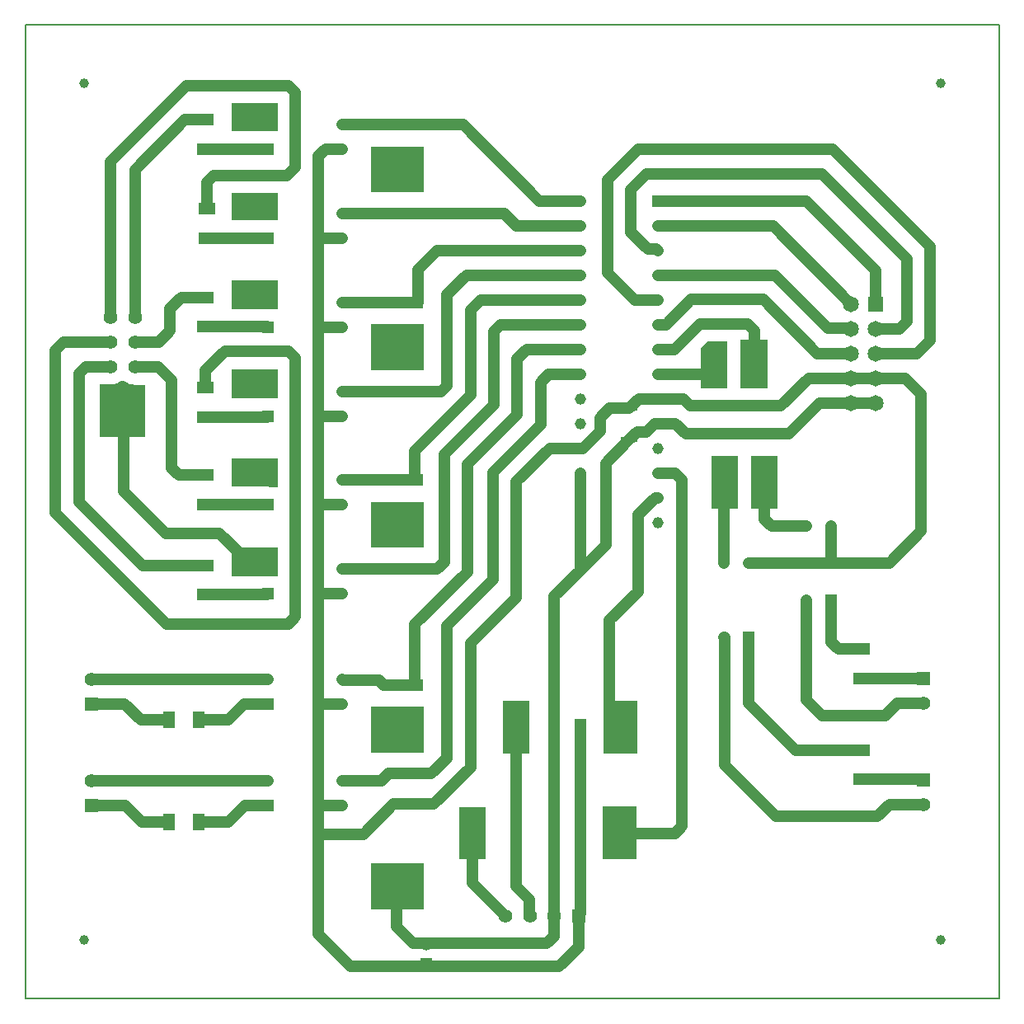
<source format=gtl>
G04*
G04 #@! TF.GenerationSoftware,Altium Limited,Altium Designer,20.0.11 (256)*
G04*
G04 Layer_Physical_Order=1*
G04 Layer_Color=255*
%FSLAX25Y25*%
%MOIN*%
G70*
G01*
G75*
%ADD10R,0.07165X0.02441*%
%ADD11R,0.07087X0.04724*%
%ADD12R,0.04724X0.07087*%
%ADD13C,0.00787*%
%ADD14C,0.04724*%
%ADD15C,0.05512*%
%ADD16R,0.05512X0.05512*%
%ADD17R,0.06496X0.06496*%
%ADD18C,0.06496*%
%ADD19C,0.03937*%
%ADD20C,0.04724*%
%ADD21R,0.04724X0.04724*%
%ADD22R,0.04724X0.04724*%
%ADD23R,0.04528X0.04528*%
%ADD24C,0.04528*%
%ADD25C,0.04563*%
%ADD26R,0.04563X0.04563*%
%ADD27R,0.05512X0.05512*%
G36*
X176772Y453003D02*
X158268D01*
Y464336D01*
X176772D01*
Y453003D01*
D02*
G37*
G36*
X235827Y428346D02*
X214567D01*
Y446850D01*
X235827D01*
Y428346D01*
D02*
G37*
G36*
X176772Y417034D02*
X158268D01*
Y428115D01*
X176772D01*
Y417034D01*
D02*
G37*
G36*
Y381066D02*
X173389D01*
X172668Y381137D01*
X158268D01*
Y392661D01*
X176772D01*
Y381066D01*
D02*
G37*
G36*
X235827Y356496D02*
X214567D01*
Y375000D01*
X235827D01*
Y356496D01*
D02*
G37*
G36*
X374803Y349247D02*
X363976D01*
Y368898D01*
X374803D01*
Y349247D01*
D02*
G37*
G36*
X358563D02*
X347736D01*
Y365318D01*
X350494Y368076D01*
X358563D01*
Y349247D01*
D02*
G37*
G36*
X176737Y345097D02*
X158268D01*
Y356693D01*
X176737D01*
Y345097D01*
D02*
G37*
G36*
X115250Y351684D02*
X116481Y351026D01*
X116886Y350904D01*
X117817Y350621D01*
X119206Y350484D01*
X119206Y350484D01*
X123346D01*
Y329531D01*
X104842D01*
Y350635D01*
X109055D01*
X110444Y350772D01*
X111780Y351177D01*
X113011Y351835D01*
X113174Y351969D01*
X114903D01*
X115250Y351684D01*
D02*
G37*
G36*
X176737Y309129D02*
X174039D01*
X173971Y309149D01*
X172582Y309286D01*
X158268D01*
Y320724D01*
X176737D01*
Y309129D01*
D02*
G37*
G36*
X378937Y300394D02*
X368110D01*
Y321654D01*
X378937D01*
Y300394D01*
D02*
G37*
G36*
X362894D02*
X352067D01*
Y321654D01*
X362894D01*
Y300394D01*
D02*
G37*
G36*
X235827Y284646D02*
X214567D01*
Y303150D01*
X235827D01*
Y284646D01*
D02*
G37*
G36*
X176737Y273160D02*
X158268D01*
Y284756D01*
X176737D01*
Y273160D01*
D02*
G37*
G36*
X235827Y201927D02*
X214567D01*
Y220431D01*
X235827D01*
Y201927D01*
D02*
G37*
G36*
X322244Y201575D02*
X308661D01*
Y222835D01*
X322244D01*
Y201575D01*
D02*
G37*
G36*
X278543D02*
X267717D01*
Y222835D01*
X278543D01*
Y201575D01*
D02*
G37*
G36*
X321946Y158753D02*
X308363D01*
Y180013D01*
X321946D01*
Y158753D01*
D02*
G37*
G36*
X260925Y158661D02*
X250098D01*
Y179921D01*
X260925D01*
Y158661D01*
D02*
G37*
G36*
X235827Y138583D02*
X214567D01*
Y157087D01*
X235827D01*
Y138583D01*
D02*
G37*
D10*
X318898Y328346D02*
D03*
Y340945D02*
D03*
D11*
X357480Y318898D02*
D03*
Y330709D02*
D03*
X232283Y229134D02*
D03*
Y217323D02*
D03*
Y193307D02*
D03*
Y205118D02*
D03*
X412992Y190945D02*
D03*
Y202756D02*
D03*
X147638Y374016D02*
D03*
Y385827D02*
D03*
Y445866D02*
D03*
Y457677D02*
D03*
X148161Y409880D02*
D03*
Y421691D02*
D03*
X232283Y455709D02*
D03*
Y443898D02*
D03*
Y276026D02*
D03*
Y287837D02*
D03*
Y312008D02*
D03*
Y300197D02*
D03*
Y347879D02*
D03*
Y359690D02*
D03*
Y383858D02*
D03*
Y372047D02*
D03*
Y419766D02*
D03*
Y431577D02*
D03*
X412992Y243669D02*
D03*
Y231858D02*
D03*
X373622Y330709D02*
D03*
Y318898D02*
D03*
X147638Y349410D02*
D03*
Y337598D02*
D03*
Y313976D02*
D03*
Y302165D02*
D03*
Y277559D02*
D03*
Y265748D02*
D03*
D12*
X133037Y173884D02*
D03*
X144848D02*
D03*
X299213Y212131D02*
D03*
X311024D02*
D03*
X299213Y169291D02*
D03*
X311024D02*
D03*
X144848Y215067D02*
D03*
X133037D02*
D03*
D13*
X74803Y102362D02*
X468504D01*
Y496063D01*
X74803D02*
X468504D01*
X74803Y102362D02*
Y496063D01*
D14*
X373622Y296114D02*
Y304724D01*
X376390Y293347D02*
X390669D01*
X373622Y296114D02*
X376390Y293347D01*
X400000Y278456D02*
X424125D01*
X367295D02*
X400000D01*
X400669Y279125D02*
Y293347D01*
X400000Y278456D02*
X400669Y279125D01*
X418661Y353228D02*
X430630D01*
X437008Y346850D01*
Y291339D02*
Y346850D01*
X424125Y278456D02*
X437008Y291339D01*
X357087Y305118D02*
X357295Y304909D01*
Y278456D02*
Y304909D01*
X367323Y221654D02*
X386221Y202756D01*
X367295Y248456D02*
X367323Y248428D01*
Y221654D02*
Y248428D01*
X357480Y196850D02*
X378346Y175984D01*
X357295Y248456D02*
X357480Y248271D01*
Y196850D02*
Y248271D01*
X437593Y231856D02*
X437795Y231653D01*
X414175Y231856D02*
X437593D01*
X414173Y231858D02*
X414175Y231856D01*
X412992Y231858D02*
X414173D01*
X400669Y246575D02*
Y263347D01*
X403576Y243669D02*
X412992D01*
X400669Y246575D02*
X403576Y243669D01*
X390669Y223110D02*
Y263347D01*
Y223110D02*
X396850Y216929D01*
X422441D01*
X427165Y221654D01*
X437795D01*
X412992Y190945D02*
X437771D01*
X437795Y190920D01*
X424228Y180921D02*
X437795D01*
X419291Y175984D02*
X424228Y180921D01*
X378346Y175984D02*
X419291D01*
X386221Y202756D02*
X412992D01*
X329291Y334842D02*
X337598D01*
X341732Y330709D01*
X383465D02*
X395984Y343228D01*
X341732Y330709D02*
X383465D01*
X340961Y344843D02*
X343678Y342126D01*
X380315D02*
X391417Y353228D01*
X322874Y344843D02*
X340961D01*
X343678Y342126D02*
X380315D01*
X347544Y375197D02*
X366917D01*
X369685Y354724D02*
Y372429D01*
X366917Y375197D02*
X369685Y372429D01*
X337190Y364843D02*
X347544Y375197D01*
X344024Y385039D02*
X373205D01*
X395016Y363228D02*
X408661D01*
X373205Y385039D02*
X395016Y363228D01*
X237012Y124803D02*
X285665D01*
X299213Y275591D02*
X309460Y285838D01*
X299213Y275591D02*
Y294843D01*
X288583Y264961D02*
X299213Y275591D01*
X309460Y285838D02*
Y318909D01*
X318819Y328346D02*
X318898D01*
X317677Y327205D02*
X318819Y328346D01*
X317677Y327126D02*
Y327205D01*
X309460Y318909D02*
X317677Y327126D01*
X337390Y169251D02*
X340158Y172018D01*
X311024Y255278D02*
X322596Y266850D01*
X340158Y172018D02*
Y312075D01*
X329443Y304842D02*
X330465D01*
Y314843D02*
X337390D01*
X322596Y266850D02*
Y297995D01*
X337390Y314843D02*
X340158Y312075D01*
X322596Y297995D02*
X329443Y304842D01*
X311024Y212131D02*
Y255278D01*
X299213Y304842D02*
Y314843D01*
X311024Y169251D02*
X337390D01*
X330465Y354842D02*
X356299D01*
X330465Y394843D02*
X377992D01*
X399267Y373567D02*
X408322D01*
X377992Y394843D02*
X399267Y373567D01*
X408322D02*
X408661Y373228D01*
X391417Y353228D02*
X408661D01*
X330465Y364843D02*
X337190D01*
X206299Y115354D02*
X290551D01*
X193307Y128347D02*
Y180315D01*
X193352Y221654D02*
Y302165D01*
X333827Y374843D02*
X344024Y385039D01*
X311024Y169251D02*
Y169291D01*
X299213Y136614D02*
Y169291D01*
X298425Y135827D02*
X299213Y136614D01*
Y169291D02*
Y210950D01*
X299213Y210950D01*
Y212131D01*
X272835Y212598D02*
X273228Y212205D01*
Y147638D02*
Y212205D01*
X318898Y340945D02*
X318976D01*
X310902D02*
X318898D01*
X286729Y324843D02*
X299213D01*
X300234D01*
X307047Y337090D02*
X310902Y340945D01*
X307047Y331656D02*
Y337090D01*
X300234Y324843D02*
X307047Y331656D01*
X231496Y124803D02*
X237012D01*
X318976Y340945D02*
X322874Y344843D01*
X325905Y331457D02*
X329291Y334842D01*
X318976Y328346D02*
X322087Y331457D01*
X325905D01*
X273228Y264567D02*
Y311342D01*
X254724Y246063D02*
X273228Y264567D01*
X254724Y195669D02*
Y246063D01*
X193307Y128347D02*
X206299Y115354D01*
X194095Y168886D02*
X211524D01*
X223589Y180951D01*
X240006D01*
X254724Y195669D01*
X245276Y253249D02*
X263779Y271753D01*
X273228Y311342D02*
X286729Y324843D01*
X245276Y199583D02*
Y253249D01*
X221654Y193307D02*
X232283D01*
X263779Y315256D02*
X283096Y334573D01*
X232283Y193307D02*
X239000D01*
X263779Y271753D02*
Y315256D01*
X239000Y193307D02*
X245276Y199583D01*
X288583Y135827D02*
Y264961D01*
X283096Y351600D02*
X286339Y354842D01*
X283096Y334573D02*
Y351600D01*
X286339Y354842D02*
X299213D01*
X273647Y338486D02*
Y361049D01*
X277441Y364843D02*
X299213D01*
X273647Y361049D02*
X277441Y364843D01*
X254750Y346314D02*
Y356648D01*
X253543Y318382D02*
X273647Y338486D01*
X264198Y342400D02*
Y352735D01*
X232283Y323848D02*
X254750Y346314D01*
X244094Y322296D02*
X264198Y342400D01*
X253543Y274879D02*
Y318382D01*
X264198Y352735D02*
Y372075D01*
X232283Y276026D02*
X241327D01*
X232283Y312008D02*
Y323848D01*
X202849Y276026D02*
X232283D01*
X244094Y278793D02*
Y322296D01*
X254750Y356648D02*
Y380734D01*
X241327Y276026D02*
X244094Y278793D01*
X232283Y229134D02*
Y253619D01*
X253543Y274879D01*
X264198Y372075D02*
X266966Y374843D01*
X299213D01*
X245301Y350228D02*
Y387033D01*
X254750Y380734D02*
X258858Y384842D01*
X245301Y387033D02*
X253110Y394843D01*
X236312Y347840D02*
X242913D01*
X245301Y350228D01*
X231102Y312008D02*
X232283D01*
X258858Y384842D02*
X299213D01*
X273228Y147638D02*
X278590Y142277D01*
Y135977D02*
X278740Y135827D01*
X278590Y135977D02*
Y142277D01*
X255512Y149213D02*
Y171260D01*
Y149213D02*
X268898Y135827D01*
X298425Y123228D02*
Y135827D01*
X253110Y394843D02*
X299213D01*
X224803Y131496D02*
X231496Y124803D01*
X224803Y131496D02*
Y153150D01*
X288432Y127571D02*
Y135676D01*
X285665Y124803D02*
X288432Y127571D01*
Y135676D02*
X288583Y135827D01*
X290551Y115354D02*
X298425Y123228D01*
X232283Y419766D02*
X268423D01*
X232283Y455709D02*
X251772D01*
X299213Y294843D02*
Y304842D01*
X193307Y180315D02*
Y184601D01*
X193392Y180400D02*
X202801D01*
X193307Y180315D02*
X193392Y180400D01*
X202801Y190400D02*
X218746D01*
X221654Y193307D01*
X219685Y229134D02*
X232283D01*
X217788Y231031D02*
X219685Y229134D01*
X202801Y231582D02*
X203352Y231031D01*
X217788D01*
X193352Y184601D02*
Y221654D01*
X193423Y221582D02*
X202801D01*
X193352Y221654D02*
X193423Y221582D01*
X144848Y173884D02*
X156955D01*
X163470Y180400D02*
X172801D01*
X156955Y173884D02*
X163470Y180400D01*
X163315Y221582D02*
X172801D01*
X156799Y215067D02*
X163315Y221582D01*
X144848Y215067D02*
X156799D01*
X121548D02*
X133037D01*
X115032Y221582D02*
X121548Y215067D01*
X101461Y221582D02*
X115032D01*
X101461Y180400D02*
X115270D01*
X121785Y173884D01*
X133037D01*
X101461Y190400D02*
X172801D01*
X101461Y190400D02*
X101461Y190400D01*
X101461Y231582D02*
X172801D01*
X101461Y231582D02*
X101461Y231582D01*
X408661Y343228D02*
X418661D01*
X395984D02*
X408661D01*
Y353228D02*
X418661D01*
X330465Y374843D02*
X333827D01*
X377047Y414843D02*
X408661Y383228D01*
X330465Y414843D02*
X377047D01*
X202801Y311946D02*
X202866Y312011D01*
X231099D01*
X231102Y312008D01*
X202801Y455820D02*
X202916Y455705D01*
X229715D02*
X229719Y455709D01*
X232283D01*
X202916Y455705D02*
X229715D01*
X150929Y435236D02*
X180545D01*
X183903Y438594D02*
Y468689D01*
X180545Y435236D02*
X183903Y438594D01*
X148161Y432469D02*
X150929Y435236D01*
X148161Y421691D02*
Y432469D01*
X202836Y347879D02*
X232283D01*
X241063Y404843D02*
X299213D01*
X233465Y383858D02*
Y397244D01*
X241063Y404843D01*
X216964Y383858D02*
X232283D01*
X282638Y424843D02*
X299213D01*
X251772Y455709D02*
X282638Y424843D01*
X268423Y419766D02*
X273346Y414843D01*
X299213D01*
X216994Y419766D02*
X232283D01*
X330465Y424843D02*
X390512D01*
X418661Y396693D01*
Y383228D02*
Y396693D01*
X325984Y435827D02*
X396850D01*
X431102Y375996D02*
Y401575D01*
X396850Y435827D02*
X431102Y401575D01*
X401181Y445669D02*
X440551Y406299D01*
Y368504D02*
Y406299D01*
X435276Y363228D02*
X440551Y368504D01*
X418661Y373228D02*
X428335D01*
X431102Y375996D01*
X322464Y445669D02*
X401181D01*
X321063Y384842D02*
X330465D01*
X310236Y395669D02*
X321063Y384842D01*
X310236Y395669D02*
Y433441D01*
X322464Y445669D01*
X319685Y412259D02*
Y429528D01*
X325984Y435827D01*
X418661Y363228D02*
X435276D01*
X329913Y405394D02*
X330465Y404843D01*
X326551Y405394D02*
X329913D01*
X319685Y412259D02*
X326551Y405394D01*
X114567Y307480D02*
X131496Y290551D01*
X114567Y307480D02*
Y335016D01*
X131496Y290551D02*
X153150D01*
X167723Y275978D02*
X172801D01*
X153150Y290551D02*
X167723Y275978D01*
X96457Y303150D02*
X122047Y277559D01*
X96457Y354988D02*
X99224Y357756D01*
X96457Y303150D02*
Y354988D01*
X99224Y357756D02*
X109055D01*
X87008Y364595D02*
X90169Y367756D01*
X87008Y298819D02*
X131890Y253937D01*
X87008Y298819D02*
Y364595D01*
X90169Y367756D02*
X109055D01*
X147638Y356418D02*
X155393Y364173D01*
X147638Y349410D02*
Y356418D01*
X155393Y364173D02*
X181091D01*
X183858Y256704D02*
Y361406D01*
X181091Y364173D02*
X183858Y361406D01*
X131890Y253937D02*
X181091D01*
X183858Y256704D01*
X147638Y302165D02*
X172582D01*
X172801Y301946D01*
X147638Y374016D02*
X172668D01*
X172801Y373883D01*
X147638Y337598D02*
X172485D01*
X172801Y337915D01*
X148161Y409880D02*
X172772D01*
X172801Y409852D01*
X147638Y445866D02*
X172755D01*
X172801Y445820D01*
X193352Y302165D02*
Y338583D01*
X193571Y301946D02*
X202801D01*
X193352Y302165D02*
X193571Y301946D01*
X193352Y338583D02*
Y374016D01*
X194020Y337915D02*
X202801D01*
X193352Y338583D02*
X194020Y337915D01*
X193352Y374016D02*
Y409449D01*
X193485Y373883D02*
X202801D01*
X193352Y374016D02*
X193485Y373883D01*
X193352Y409449D02*
Y443053D01*
X193755Y409852D02*
X202801D01*
X193352Y409449D02*
X193755Y409852D01*
X193352Y443053D02*
X196120Y445820D01*
X202801D01*
X181136Y471457D02*
X183903Y468689D01*
X139764Y471457D02*
X181136D01*
X193701Y265978D02*
X202801D01*
Y275978D02*
X202849Y276026D01*
X202801Y347915D02*
X202836Y347879D01*
X202801Y383883D02*
X216939D01*
X216964Y383858D01*
X202801Y419852D02*
X216909D01*
X216994Y419766D01*
X119206Y357605D02*
X128615D01*
X133858Y316929D02*
Y352362D01*
X128615Y357605D02*
X133858Y352362D01*
X122047Y277559D02*
X147638D01*
Y265748D02*
X172571D01*
X172801Y265978D01*
X136811Y313976D02*
X147638D01*
X133858Y316929D02*
X136811Y313976D01*
X119055Y357756D02*
X119206Y357605D01*
X137795Y385827D02*
X147638D01*
X133264Y381296D02*
X137795Y385827D01*
X128733Y367907D02*
X133264Y372438D01*
Y381296D01*
X119055Y367756D02*
X119206Y367907D01*
X128733D01*
X139347Y457677D02*
X147638D01*
X119055Y437385D02*
X139347Y457677D01*
X119055Y377756D02*
Y437385D01*
X109055Y440748D02*
X139764Y471457D01*
X109055Y377756D02*
Y440748D01*
D15*
X101461Y231582D02*
D03*
X437795Y221654D02*
D03*
Y180921D02*
D03*
X101461Y190400D02*
D03*
X119055Y377756D02*
D03*
X109055D02*
D03*
X119055Y367756D02*
D03*
X109055D02*
D03*
X119055Y357756D02*
D03*
X109055D02*
D03*
X119055Y347756D02*
D03*
X109055D02*
D03*
X268898Y135827D02*
D03*
X288583D02*
D03*
X278740D02*
D03*
D16*
X101461Y221582D02*
D03*
X437795Y231653D02*
D03*
Y190920D02*
D03*
X101461Y180400D02*
D03*
D17*
X418661Y383228D02*
D03*
D18*
X408661D02*
D03*
X418661Y373228D02*
D03*
X408661D02*
D03*
X418661Y363228D02*
D03*
X408661D02*
D03*
X418661Y353228D02*
D03*
X408661D02*
D03*
X418661Y343228D02*
D03*
X408661D02*
D03*
D19*
X444882Y125984D02*
D03*
X98425D02*
D03*
Y472441D02*
D03*
X444882D02*
D03*
D20*
X400669Y293347D02*
D03*
X390669D02*
D03*
Y263347D02*
D03*
X172801Y231582D02*
D03*
X202801D02*
D03*
Y221582D02*
D03*
X367295Y278456D02*
D03*
X357295D02*
D03*
Y248456D02*
D03*
X202801Y445820D02*
D03*
Y455820D02*
D03*
X172801D02*
D03*
Y419852D02*
D03*
X202801D02*
D03*
Y409852D02*
D03*
Y373883D02*
D03*
Y383883D02*
D03*
X172801D02*
D03*
Y347915D02*
D03*
X202801D02*
D03*
Y337915D02*
D03*
Y301946D02*
D03*
Y311946D02*
D03*
X172801D02*
D03*
X202801Y265978D02*
D03*
Y275978D02*
D03*
X172801D02*
D03*
X172801Y190400D02*
D03*
X202801D02*
D03*
Y180400D02*
D03*
D21*
X400669Y263347D02*
D03*
X367295Y248456D02*
D03*
D22*
X172801Y221582D02*
D03*
X172801Y445820D02*
D03*
Y409852D02*
D03*
Y373883D02*
D03*
Y337915D02*
D03*
Y301946D02*
D03*
Y265978D02*
D03*
X172801Y180400D02*
D03*
D23*
X237012Y116283D02*
D03*
D24*
Y124157D02*
D03*
D25*
X299213Y424843D02*
D03*
Y414843D02*
D03*
Y404843D02*
D03*
Y394843D02*
D03*
Y384842D02*
D03*
Y374843D02*
D03*
Y364843D02*
D03*
Y354842D02*
D03*
Y344843D02*
D03*
Y334842D02*
D03*
Y324843D02*
D03*
Y314843D02*
D03*
Y304842D02*
D03*
Y294843D02*
D03*
X330465D02*
D03*
Y304842D02*
D03*
Y314843D02*
D03*
Y324843D02*
D03*
Y334842D02*
D03*
Y344843D02*
D03*
Y354842D02*
D03*
Y364843D02*
D03*
Y374843D02*
D03*
Y384842D02*
D03*
Y394843D02*
D03*
Y404843D02*
D03*
Y414843D02*
D03*
D26*
Y424843D02*
D03*
D27*
X298425Y135827D02*
D03*
M02*

</source>
